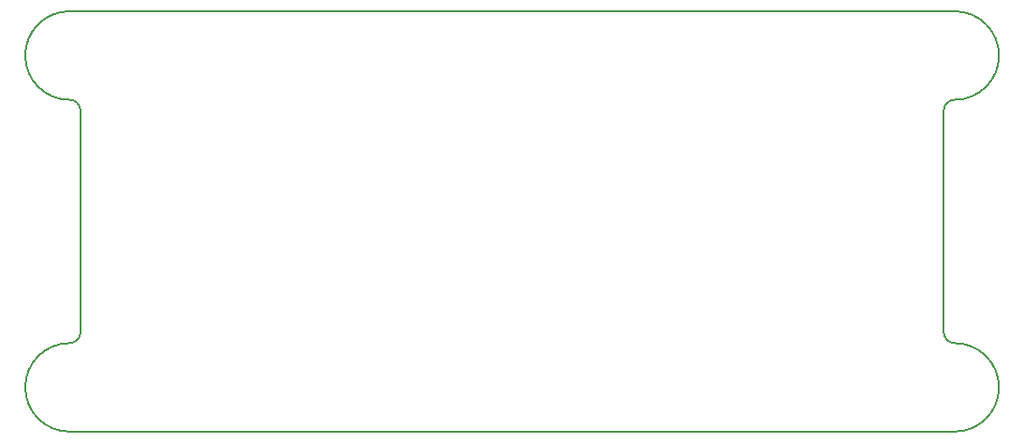
<source format=gm1>
G04 #@! TF.FileFunction,Profile,NP*
%FSLAX46Y46*%
G04 Gerber Fmt 4.6, Leading zero omitted, Abs format (unit mm)*
G04 Created by KiCad (PCBNEW 4.0.5) date Sat Apr  8 13:52:39 2017*
%MOMM*%
%LPD*%
G01*
G04 APERTURE LIST*
%ADD10C,0.100000*%
%ADD11C,0.150000*%
G04 APERTURE END LIST*
D10*
D11*
X115000000Y-115000000D02*
X195000000Y-115000000D01*
X115000000Y-77000000D02*
X195000000Y-77000000D01*
X194000000Y-106000000D02*
X194000000Y-86000000D01*
X194000000Y-106000000D02*
G75*
G03X195000000Y-107000000I1000000J0D01*
G01*
X195000000Y-85000000D02*
G75*
G03X194000000Y-86000000I0J-1000000D01*
G01*
X199000000Y-111000000D02*
G75*
G03X195000000Y-107000000I-4000000J0D01*
G01*
X195000000Y-115000000D02*
G75*
G03X199000000Y-111000000I0J4000000D01*
G01*
X195000000Y-85000000D02*
G75*
G03X199000000Y-81000000I0J4000000D01*
G01*
X199000000Y-81000000D02*
G75*
G03X195000000Y-77000000I-4000000J0D01*
G01*
X116000000Y-86000000D02*
X116000000Y-106000000D01*
X116000000Y-86000000D02*
G75*
G03X115000000Y-85000000I-1000000J0D01*
G01*
X111000000Y-81000000D02*
G75*
G03X115000000Y-85000000I4000000J0D01*
G01*
X115000000Y-77000000D02*
G75*
G03X111000000Y-81000000I0J-4000000D01*
G01*
X115000000Y-107000000D02*
G75*
G03X116000000Y-106000000I0J1000000D01*
G01*
X115000000Y-107000000D02*
G75*
G03X111000000Y-111000000I0J-4000000D01*
G01*
X111000000Y-111000000D02*
G75*
G03X115000000Y-115000000I4000000J0D01*
G01*
M02*

</source>
